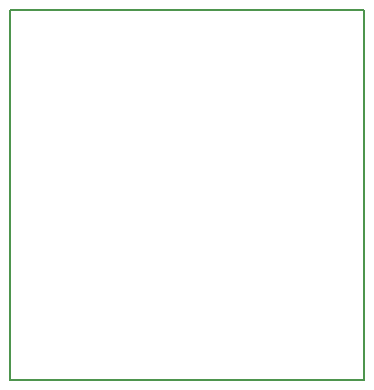
<source format=gm1>
G04 #@! TF.FileFunction,Profile,NP*
%FSLAX46Y46*%
G04 Gerber Fmt 4.6, Leading zero omitted, Abs format (unit mm)*
G04 Created by KiCad (PCBNEW 4.0.2+dfsg1-stable) date Sat 12 Nov 2016 15:30:04 AEDT*
%MOMM*%
G01*
G04 APERTURE LIST*
%ADD10C,0.100000*%
%ADD11C,0.150000*%
G04 APERTURE END LIST*
D10*
D11*
X219000000Y-127000000D02*
X189000000Y-127000000D01*
X219000000Y-95700000D02*
X219000000Y-127000000D01*
X189000000Y-95700000D02*
X219000000Y-95700000D01*
X189000000Y-127000000D02*
X189000000Y-95700000D01*
M02*

</source>
